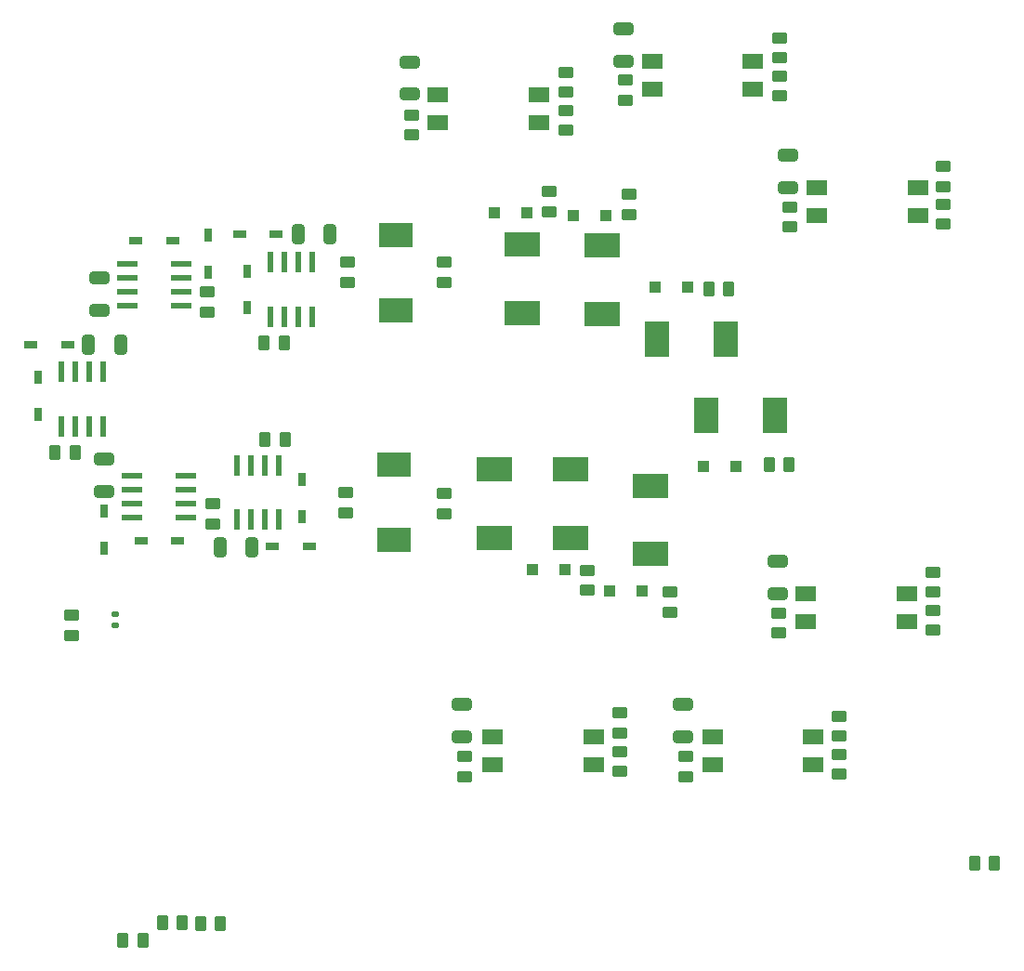
<source format=gbp>
G04 #@! TF.GenerationSoftware,KiCad,Pcbnew,8.0.1*
G04 #@! TF.CreationDate,2024-04-11T19:40:34-05:00*
G04 #@! TF.ProjectId,Backplane,4261636b-706c-4616-9e65-2e6b69636164,rev?*
G04 #@! TF.SameCoordinates,Original*
G04 #@! TF.FileFunction,Paste,Bot*
G04 #@! TF.FilePolarity,Positive*
%FSLAX46Y46*%
G04 Gerber Fmt 4.6, Leading zero omitted, Abs format (unit mm)*
G04 Created by KiCad (PCBNEW 8.0.1) date 2024-04-11 19:40:34*
%MOMM*%
%LPD*%
G01*
G04 APERTURE LIST*
G04 Aperture macros list*
%AMRoundRect*
0 Rectangle with rounded corners*
0 $1 Rounding radius*
0 $2 $3 $4 $5 $6 $7 $8 $9 X,Y pos of 4 corners*
0 Add a 4 corners polygon primitive as box body*
4,1,4,$2,$3,$4,$5,$6,$7,$8,$9,$2,$3,0*
0 Add four circle primitives for the rounded corners*
1,1,$1+$1,$2,$3*
1,1,$1+$1,$4,$5*
1,1,$1+$1,$6,$7*
1,1,$1+$1,$8,$9*
0 Add four rect primitives between the rounded corners*
20,1,$1+$1,$2,$3,$4,$5,0*
20,1,$1+$1,$4,$5,$6,$7,0*
20,1,$1+$1,$6,$7,$8,$9,0*
20,1,$1+$1,$8,$9,$2,$3,0*%
G04 Aperture macros list end*
%ADD10R,1.955800X1.346200*%
%ADD11RoundRect,0.250000X0.450000X-0.262500X0.450000X0.262500X-0.450000X0.262500X-0.450000X-0.262500X0*%
%ADD12RoundRect,0.250000X-0.262500X-0.450000X0.262500X-0.450000X0.262500X0.450000X-0.262500X0.450000X0*%
%ADD13R,3.120000X2.290000*%
%ADD14RoundRect,0.250000X0.650000X-0.325000X0.650000X0.325000X-0.650000X0.325000X-0.650000X-0.325000X0*%
%ADD15R,0.730000X1.210000*%
%ADD16R,0.558800X1.981200*%
%ADD17RoundRect,0.250000X-0.450000X0.262500X-0.450000X-0.262500X0.450000X-0.262500X0.450000X0.262500X0*%
%ADD18RoundRect,0.250000X-0.325000X-0.650000X0.325000X-0.650000X0.325000X0.650000X-0.325000X0.650000X0*%
%ADD19R,2.184400X3.200400*%
%ADD20R,1.210000X0.730000*%
%ADD21R,1.981200X0.558800*%
%ADD22R,3.200400X2.184400*%
%ADD23RoundRect,0.250000X-0.650000X0.325000X-0.650000X-0.325000X0.650000X-0.325000X0.650000X0.325000X0*%
%ADD24R,1.092200X0.990600*%
%ADD25RoundRect,0.250000X0.262500X0.450000X-0.262500X0.450000X-0.262500X-0.450000X0.262500X-0.450000X0*%
%ADD26RoundRect,0.250000X0.325000X0.650000X-0.325000X0.650000X-0.325000X-0.650000X0.325000X-0.650000X0*%
%ADD27RoundRect,0.135000X0.185000X-0.135000X0.185000X0.135000X-0.185000X0.135000X-0.185000X-0.135000X0*%
G04 APERTURE END LIST*
D10*
X201110101Y-58629999D03*
X201110101Y-61169999D03*
X191889901Y-61169999D03*
X191889901Y-58629999D03*
D11*
X237963098Y-70454999D03*
X237963098Y-68629999D03*
D12*
X216587501Y-76399999D03*
X218412501Y-76399999D03*
D13*
X187860404Y-99244397D03*
X187860404Y-92384397D03*
D14*
X222824034Y-104141695D03*
X222824034Y-101191695D03*
D12*
X157022528Y-91244660D03*
X158847528Y-91244660D03*
D11*
X237009453Y-107462544D03*
X237009453Y-105637544D03*
D15*
X174500001Y-74719999D03*
X174500001Y-78079999D03*
D16*
X161405001Y-88863799D03*
X160135001Y-88863799D03*
X158865001Y-88863799D03*
X157595001Y-88863799D03*
X157595001Y-83936199D03*
X158865001Y-83936199D03*
X160135001Y-83936199D03*
X161405001Y-83936199D03*
D15*
X170992247Y-74827096D03*
X170992247Y-71467096D03*
D11*
X223000001Y-55312499D03*
X223000001Y-53487499D03*
X222975069Y-107718259D03*
X222975069Y-105893259D03*
D10*
X235610101Y-67129999D03*
X235610101Y-69669999D03*
X226389901Y-69669999D03*
X226389901Y-67129999D03*
D11*
X205500001Y-103812499D03*
X205500001Y-101987499D03*
D12*
X222087501Y-92399999D03*
X223912501Y-92399999D03*
D17*
X202000001Y-67487499D03*
X202000001Y-69312499D03*
D11*
X209270325Y-69558957D03*
X209270325Y-67733957D03*
D15*
X155500001Y-84399999D03*
X155500001Y-87759999D03*
D18*
X179135286Y-71345528D03*
X182085286Y-71345528D03*
D11*
X158500000Y-107902500D03*
X158500000Y-106077500D03*
D16*
X173595001Y-92436199D03*
X174865001Y-92436199D03*
X176135001Y-92436199D03*
X177405001Y-92436199D03*
X177405001Y-97363799D03*
X176135001Y-97363799D03*
X174865001Y-97363799D03*
X173595001Y-97363799D03*
D17*
X183680001Y-73899999D03*
X183680001Y-75724999D03*
D11*
X170837129Y-78454475D03*
X170837129Y-76629475D03*
D19*
X216375801Y-87899999D03*
X222624201Y-87899999D03*
D11*
X213000001Y-105812499D03*
X213000001Y-103987499D03*
D20*
X177180001Y-71399999D03*
X173820001Y-71399999D03*
X167716201Y-71994999D03*
X164356201Y-71994999D03*
D21*
X168963801Y-93399999D03*
X168963801Y-94669999D03*
X168963801Y-95939999D03*
X168963801Y-97209999D03*
X164036201Y-97209999D03*
X164036201Y-95939999D03*
X164036201Y-94669999D03*
X164036201Y-93399999D03*
D14*
X161500001Y-94779999D03*
X161500001Y-91829999D03*
D11*
X228481375Y-120573255D03*
X228481375Y-118748255D03*
D22*
X199558728Y-78566143D03*
X199558728Y-72317743D03*
D12*
X170249488Y-134152359D03*
X172074488Y-134152359D03*
D14*
X208805649Y-55622331D03*
X208805649Y-52672331D03*
D11*
X237018451Y-103992157D03*
X237018451Y-102167157D03*
D21*
X168500001Y-74089999D03*
X168500001Y-75359999D03*
X168500001Y-76629999D03*
X168500001Y-77899999D03*
X163572401Y-77899999D03*
X163572401Y-76629999D03*
X163572401Y-75359999D03*
X163572401Y-74089999D03*
D22*
X206853470Y-78615556D03*
X206853470Y-72367156D03*
D23*
X161021549Y-75367903D03*
X161021549Y-78317903D03*
D15*
X161500001Y-96624999D03*
X161500001Y-99984999D03*
D24*
X219030366Y-92571494D03*
X216083966Y-92571494D03*
D25*
X177987760Y-90063992D03*
X176162760Y-90063992D03*
D24*
X214634566Y-76169550D03*
X211688166Y-76169550D03*
D11*
X228481375Y-117094088D03*
X228481375Y-115269088D03*
X203557327Y-58425495D03*
X203557327Y-56600495D03*
D22*
X197000001Y-92775799D03*
X197000001Y-99024199D03*
D13*
X188099616Y-71464622D03*
X188099616Y-78324622D03*
D19*
X211875801Y-80899999D03*
X218124201Y-80899999D03*
D20*
X176798022Y-99845527D03*
X180158022Y-99845527D03*
D10*
X226110101Y-117129999D03*
X226110101Y-119669999D03*
X216889901Y-119669999D03*
X216889901Y-117129999D03*
D11*
X208500001Y-120312499D03*
X208500001Y-118487499D03*
D14*
X194042016Y-117148523D03*
X194042016Y-114198523D03*
D26*
X174975001Y-99899999D03*
X172025001Y-99899999D03*
D27*
X162500000Y-107000000D03*
X162500000Y-105980000D03*
D16*
X180405001Y-78863799D03*
X179135001Y-78863799D03*
X177865001Y-78863799D03*
X176595001Y-78863799D03*
X176595001Y-73936199D03*
X177865001Y-73936199D03*
X179135001Y-73936199D03*
X180405001Y-73936199D03*
D11*
X208500001Y-116812499D03*
X208500001Y-114987499D03*
D12*
X163195032Y-135696515D03*
X165020032Y-135696515D03*
D11*
X223013660Y-58759518D03*
X223013660Y-56934518D03*
X237967326Y-67007126D03*
X237967326Y-65182126D03*
D14*
X223768679Y-67132901D03*
X223768679Y-64182901D03*
D11*
X203557327Y-61916182D03*
X203557327Y-60091182D03*
D20*
X158180001Y-81399999D03*
X154820001Y-81399999D03*
D25*
X242603372Y-128694182D03*
X240778372Y-128694182D03*
D11*
X194284402Y-120812499D03*
X194284402Y-118987499D03*
D24*
X210473201Y-103899999D03*
X207526801Y-103899999D03*
D10*
X234610101Y-104129999D03*
X234610101Y-106669999D03*
X225389901Y-106669999D03*
X225389901Y-104129999D03*
D18*
X160025001Y-81399999D03*
X162975001Y-81399999D03*
D11*
X171367739Y-97764136D03*
X171367739Y-95939136D03*
D22*
X211254190Y-94269128D03*
X211254190Y-100517528D03*
D11*
X208981514Y-59167079D03*
X208981514Y-57342079D03*
D24*
X203473201Y-101899999D03*
X200526801Y-101899999D03*
D11*
X214474753Y-120794170D03*
X214474753Y-118969170D03*
D22*
X204000001Y-92775799D03*
X204000001Y-99024199D03*
D14*
X189304085Y-58608534D03*
X189304085Y-55658534D03*
D24*
X207206982Y-69662111D03*
X204260582Y-69662111D03*
D11*
X183500001Y-96724999D03*
X183500001Y-94899999D03*
X192500001Y-96812499D03*
X192500001Y-94987499D03*
D12*
X166774916Y-134130563D03*
X168599916Y-134130563D03*
D15*
X179500001Y-97079999D03*
X179500001Y-93719999D03*
D10*
X220610101Y-55629999D03*
X220610101Y-58169999D03*
X211389901Y-58169999D03*
X211389901Y-55629999D03*
D17*
X192500001Y-73899999D03*
X192500001Y-75724999D03*
D11*
X223949686Y-70703074D03*
X223949686Y-68878074D03*
D20*
X164820001Y-99304999D03*
X168180001Y-99304999D03*
D11*
X189500001Y-62312499D03*
X189500001Y-60487499D03*
D10*
X206110101Y-117129999D03*
X206110101Y-119669999D03*
X196889901Y-119669999D03*
X196889901Y-117129999D03*
D14*
X214221304Y-117177145D03*
X214221304Y-114227145D03*
D12*
X176040356Y-81263277D03*
X177865356Y-81263277D03*
D24*
X197026801Y-69399999D03*
X199973201Y-69399999D03*
M02*

</source>
